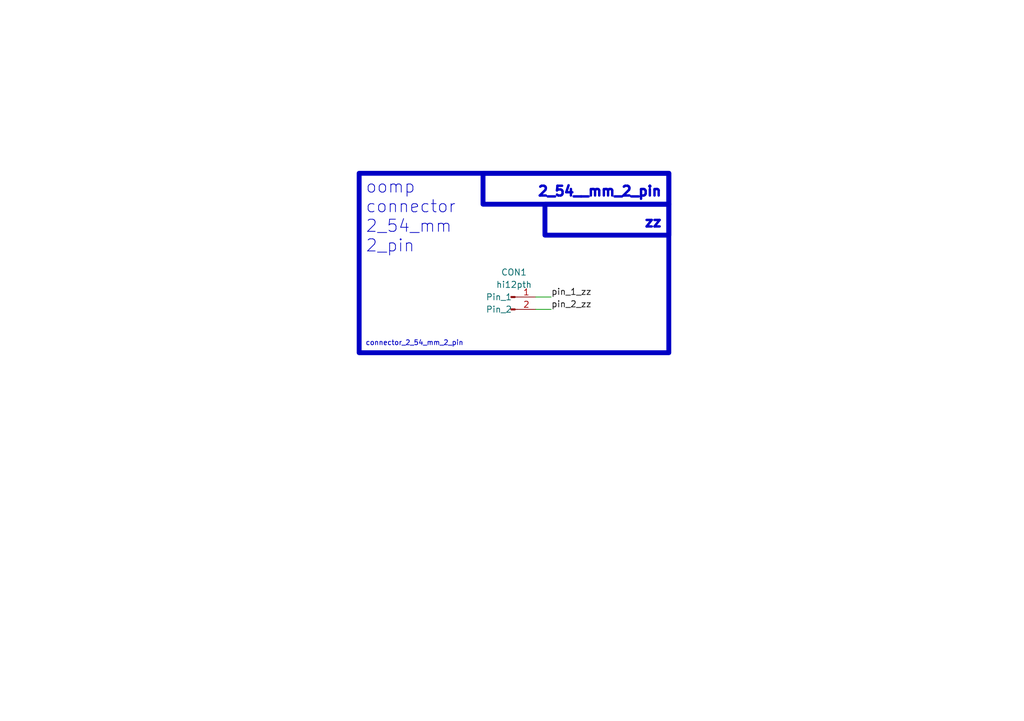
<source format=kicad_sch>
(kicad_sch (version 20230121) (generator eeschema)
  (paper "A5")
  (lib_symbols
    (symbol "oomlout_oomp_part_symbols:hi12pth_electronic_header_2_54_mm_2_pin_through_hole" (pin_names (offset 1.016))
      (property "Reference" "J" (at 0 2.54 0))
      (property "Value" "hi12pth_electronic_header_2_54_mm_2_pin_through_hole" (at 0 -5.08 0))
      (symbol "hi12pth_electronic_header_2_54_mm_2_pin_through_hole_1_1"
        (polyline (pts (xy 1.27 -2.54) (xy 0.8636 -2.54)) (stroke (width 0.1524)))
        (polyline (pts (xy 1.27 0) (xy 0.8636 0)) (stroke (width 0.1524)))
        (rectangle (start 0.8636 -2.413) (end 0 -2.667) (stroke (width 0.1524)) (fill (type outline)))
        (rectangle (start 0.8636 0.127) (end 0 -0.127) (stroke (width 0.1524)) (fill (type outline)))
        (pin passive line (at 5.08 0 180) (length 3.81) (name "Pin_1") (number "1"))
        (pin passive line (at 5.08 -2.54 180) (length 3.81) (name "Pin_2") (number "2"))
      )
    )
  )
  (wire (pts (xy 109.855 63.5) (xy 113.03 63.5)))
  (wire (pts (xy 109.855 60.96) (xy 113.03 60.96)))
  (rectangle (start 111.76 41.91) (end 137.16 48.26) (stroke (width 1)))
  (rectangle (start 99.06 35.56) (end 137.16 41.91) (stroke (width 1)))
  (rectangle (start 73.66 35.56) (end 137.16 72.39) (stroke (width 1)))
  (text "oomp\nconnector\n2_54_mm\n2_pin" (at 74.93 52.07 0) (effects (font (size 2.5 2.5)) (justify left bottom)))
  (text "connector_2_54_mm_2_pin" (at 74.93 71.12 0) (effects (font (size 1 1)) (justify left bottom)))
  (text "2_54__mm_2_pin" (at 135.89 40.64 0) (effects (font (size 2 2) (thickness 0.8) bold) (justify right bottom)))
  (text "zz" (at 135.89 46.99 0) (effects (font (size 2 2) (thickness 0.8) bold) (justify right bottom)))
  (label "pin_2_zz" (at 113.03 63.5 0))
  (label "pin_1_zz" (at 113.03 60.96 0))
  (symbol (lib_id "oomlout_oomp_part_symbols:hi12pth_electronic_header_2_54_mm_2_pin_through_hole") (at 104.775 60.96 0) (unit 1)
    (property "Reference" "CON1" (at 105.41 55.88 0))
    (property "Value" "hi12pth" (at 105.41 58.42 0))
    (property "Footprint" "oomlout_oomp_part_footprints:hi12pth_electronic_header_2_54_mm_2_pin_through_hole" (effects hide))
    (property "Datasheet" "https://github.com/oomlout/oomlout_oomp_v3/parts/electronic_header_2_54_mm_2_pin_through_hole/datasheet.pdf" (effects hide))
  )
)
</source>
